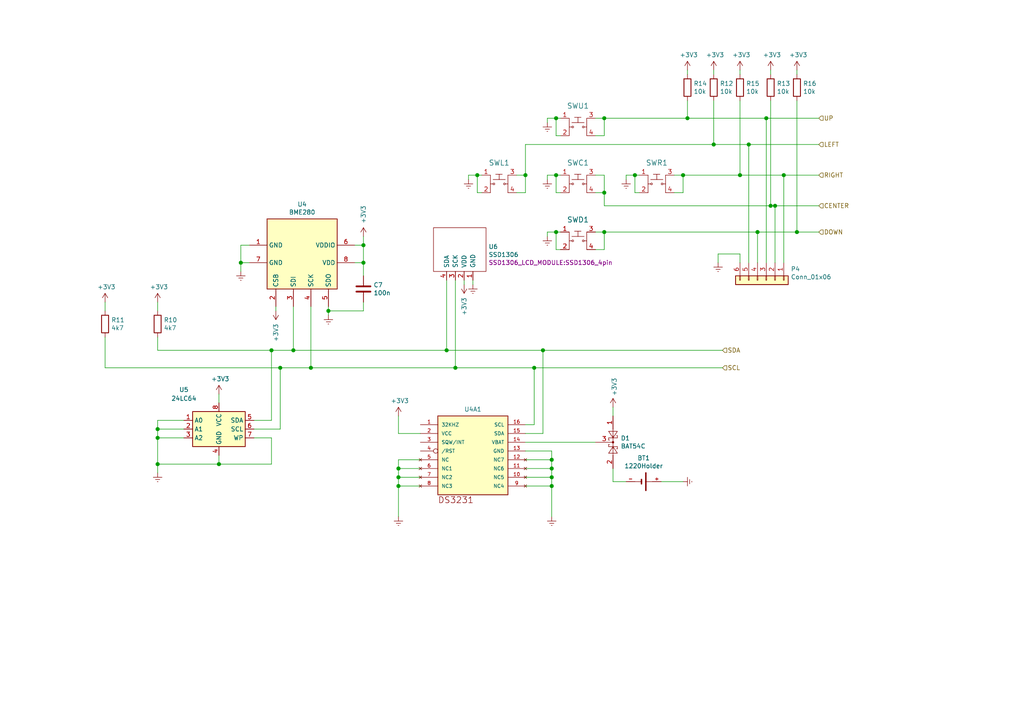
<source format=kicad_sch>
(kicad_sch (version 20210126) (generator eeschema)
  (paper "A4")
  (lib_symbols
    (symbol "Connector_Generic:Conn_01x06" (pin_names (offset 1.016) hide)
      (property "Reference" "J" (at 0 7.62 0))
      (property "Value" "Conn_01x06" (at 0 -10.16 0))
      (symbol "Conn_01x06_1_1"
        (rectangle (start -1.27 -4.953) (end 0 -5.207) (stroke (width 0.1524)))
        (rectangle (start -1.27 -7.493) (end 0 -7.747) (stroke (width 0.1524)))
        (rectangle (start -1.27 -2.413) (end 0 -2.667) (stroke (width 0.1524)))
        (rectangle (start -1.27 2.667) (end 0 2.413) (stroke (width 0.1524)))
        (rectangle (start -1.27 5.207) (end 0 4.953) (stroke (width 0.1524)))
        (rectangle (start -1.27 6.35) (end 1.27 -8.89) (stroke (width 0.254)) (fill (type background)))
        (rectangle (start -1.27 0.127) (end 0 -0.127) (stroke (width 0.1524)))
        (pin passive line (at -5.08 5.08 0) (length 3.81) (name "Pin_1") (number "1"))
        (pin passive line (at -5.08 2.54 0) (length 3.81) (name "Pin_2") (number "2"))
        (pin passive line (at -5.08 0 0) (length 3.81) (name "Pin_3") (number "3"))
        (pin passive line (at -5.08 -2.54 0) (length 3.81) (name "Pin_4") (number "4"))
        (pin passive line (at -5.08 -5.08 0) (length 3.81) (name "Pin_5") (number "5"))
        (pin passive line (at -5.08 -7.62 0) (length 3.81) (name "Pin_6") (number "6"))
      )
    )
    (symbol "Device:C" (pin_numbers hide) (pin_names (offset 0.254))
      (property "Reference" "C" (at 0.635 2.54 0))
      (property "Value" "C" (at 0.635 -2.54 0))
      (symbol "C_0_1"
        (polyline (pts (xy -2.032 -0.762) (xy 2.032 -0.762)) (stroke (width 0.508)))
        (polyline (pts (xy -2.032 0.762) (xy 2.032 0.762)) (stroke (width 0.508)))
      )
      (symbol "C_1_1"
        (pin passive line (at 0 3.81 270) (length 2.794) (name "~") (number "1"))
        (pin passive line (at 0 -3.81 90) (length 2.794) (name "~") (number "2"))
      )
    )
    (symbol "Device:R" (pin_numbers hide) (pin_names (offset 0))
      (property "Reference" "R" (at 2.032 0 90))
      (property "Value" "R" (at 0 0 90))
      (symbol "R_0_1"
        (rectangle (start -1.016 -2.54) (end 1.016 2.54) (stroke (width 0.254)))
      )
      (symbol "R_1_1"
        (pin passive line (at 0 3.81 270) (length 1.27) (name "~") (number "1"))
        (pin passive line (at 0 -3.81 90) (length 1.27) (name "~") (number "2"))
      )
    )
    (symbol "Diode:BAT54C" (pin_names (offset 1.016))
      (property "Reference" "D" (at 0.635 -3.81 0))
      (property "Value" "BAT54C" (at -6.35 3.175 0))
      (symbol "BAT54C_0_1"
        (circle (center 0 0) (radius 0.254) (fill (type outline)))
        (polyline (pts (xy -1.905 0) (xy 1.905 0)))
        (polyline (pts (xy -1.905 1.27) (xy -1.905 1.016)))
        (polyline (pts (xy -1.27 -1.27) (xy -0.635 -1.27)))
        (polyline (pts (xy -1.27 0) (xy -3.81 0)))
        (polyline (pts (xy -1.27 1.27) (xy -1.905 1.27)))
        (polyline (pts (xy -1.27 1.27) (xy -1.27 -1.27)))
        (polyline (pts (xy -0.635 -1.27) (xy -0.635 -1.016)))
        (polyline (pts (xy 0.635 -1.27) (xy 0.635 -1.016)))
        (polyline (pts (xy 1.27 -1.27) (xy 0.635 -1.27)))
        (polyline (pts (xy 1.27 1.27) (xy 1.27 -1.27)))
        (polyline (pts (xy 1.27 1.27) (xy 1.905 1.27)))
        (polyline (pts (xy 1.905 1.27) (xy 1.905 1.016)))
        (polyline (pts (xy 3.81 0) (xy 1.27 0)))
        (polyline (pts (xy -3.175 -1.27) (xy -3.175 1.27) (xy -1.27 0) (xy -3.175 -1.27)))
        (polyline (pts (xy 3.175 -1.27) (xy 3.175 1.27) (xy 1.27 0) (xy 3.175 -1.27)))
      )
      (symbol "BAT54C_1_1"
        (pin passive line (at -7.62 0 0) (length 3.81) (name "~") (number "1"))
        (pin passive line (at 7.62 0 180) (length 3.81) (name "~") (number "2"))
        (pin passive line (at 0 -5.08 90) (length 5.08) (name "~") (number "3"))
      )
    )
    (symbol "Memory_EEPROM:24LC64"
      (property "Reference" "U" (at -6.35 6.35 0))
      (property "Value" "24LC64" (at 1.27 6.35 0))
      (symbol "24LC64_1_1"
        (rectangle (start -7.62 5.08) (end 7.62 -5.08) (stroke (width 0.254)) (fill (type background)))
        (pin input line (at -10.16 2.54 0) (length 2.54) (name "A0") (number "1"))
        (pin input line (at -10.16 0 0) (length 2.54) (name "A1") (number "2"))
        (pin input line (at -10.16 -2.54 0) (length 2.54) (name "A2") (number "3"))
        (pin power_in line (at 0 -7.62 90) (length 2.54) (name "GND") (number "4"))
        (pin bidirectional line (at 10.16 2.54 180) (length 2.54) (name "SDA") (number "5"))
        (pin input line (at 10.16 0 180) (length 2.54) (name "SCL") (number "6"))
        (pin input line (at 10.16 -2.54 180) (length 2.54) (name "WP") (number "7"))
        (pin power_in line (at 0 7.62 270) (length 2.54) (name "VCC") (number "8"))
      )
    )
    (symbol "Sensor:BME280"
      (property "Reference" "U" (at -8.89 11.43 0))
      (property "Value" "BME280" (at 7.62 11.43 0))
      (symbol "BME280_0_1"
        (rectangle (start -10.16 10.16) (end 10.16 -10.16) (stroke (width 0.254)) (fill (type background)))
      )
      (symbol "BME280_1_1"
        (pin power_in line (at -2.54 -15.24 90) (length 5.08) (name "GND") (number "1"))
        (pin input line (at 15.24 -7.62 180) (length 5.08) (name "CSB") (number "2"))
        (pin bidirectional line (at 15.24 -2.54 180) (length 5.08) (name "SDI") (number "3"))
        (pin input line (at 15.24 2.54 180) (length 5.08) (name "SCK") (number "4"))
        (pin bidirectional line (at 15.24 7.62 180) (length 5.08) (name "SDO") (number "5"))
        (pin power_in line (at -2.54 15.24 270) (length 5.08) (name "VDDIO") (number "6"))
        (pin power_in line (at 2.54 -15.24 90) (length 5.08) (name "GND") (number "7"))
        (pin power_in line (at 2.54 15.24 270) (length 5.08) (name "VDD") (number "8"))
      )
    )
    (symbol "power:+3.3V" (power) (pin_names (offset 0))
      (property "Value" "+3.3V" (at 0 3.556 0))
      (symbol "+3.3V_0_1"
        (polyline (pts (xy -0.762 1.27) (xy 0 2.54)))
        (polyline (pts (xy 0 0) (xy 0 2.54)))
        (polyline (pts (xy 0 2.54) (xy 0.762 1.27)))
      )
      (symbol "+3.3V_1_1"
        (pin power_in line (at 0 0 90) (length 0) hide (name "+3V3") (number "1"))
      )
    )
    (symbol "power:Earth" (power) (pin_names (offset 0))
      (symbol "Earth_0_1"
        (polyline (pts (xy -0.635 -1.905) (xy 0.635 -1.905)))
        (polyline (pts (xy -0.127 -2.54) (xy 0.127 -2.54)))
        (polyline (pts (xy 0 -1.27) (xy 0 0)))
        (polyline (pts (xy 1.27 -1.27) (xy -1.27 -1.27)))
      )
      (symbol "Earth_1_1"
        (pin power_in line (at 0 0 270) (length 0) hide (name "Earth") (number "1"))
      )
    )
    (symbol "print-rescue:1825910-6-dk_Tactile-Switches" (pin_names (offset 1.016))
      (property "Reference" "S" (at 0 4.572 0))
      (property "Value" "1825910-6-dk_Tactile-Switches" (at 0.127 -5.08 0))
      (symbol "1825910-6-dk_Tactile-Switches_0_1"
        (circle (center -1.524 0) (radius 0.254))
        (circle (center 1.524 0) (radius 0.254))
        (polyline (pts (xy -2.54 2.54) (xy -2.54 -2.54)))
        (polyline (pts (xy -1.778 0) (xy -2.54 0)))
        (polyline (pts (xy -1.778 1.27) (xy 1.778 1.27)))
        (polyline (pts (xy 2.54 -2.54) (xy 2.54 2.54)))
        (polyline (pts (xy 2.54 0) (xy 1.778 0)))
      )
      (symbol "1825910-6-dk_Tactile-Switches_1_1"
        (polyline (pts (xy -1.016 2.794) (xy 0.889 2.794)))
        (polyline (pts (xy 0 2.794) (xy 0 1.27)))
        (pin passive line (at -5.08 2.54 0) (length 2.54) (name "~") (number "1"))
        (pin passive line (at -5.08 -2.54 0) (length 2.54) (name "~") (number "2"))
        (pin passive line (at 5.08 2.54 180) (length 2.54) (name "~") (number "3"))
        (pin passive line (at 5.08 -2.54 180) (length 2.54) (name "~") (number "4"))
      )
    )
    (symbol "print-rescue:CH23-1220LF-1220" (pin_names (offset 1.016) hide)
      (property "Reference" "G" (at -1.27 3.175 0))
      (property "Value" "CH23-1220LF-1220" (at -1.27 -5.08 0))
      (symbol "CH23-1220LF-1220_0_0"
        (polyline (pts (xy -2.54 0) (xy -0.635 0)) (stroke (width 0.1524)))
        (polyline (pts (xy -0.635 0) (xy -0.635 -0.635)) (stroke (width 0.4064)))
        (polyline (pts (xy -0.635 0.635) (xy -0.635 0)) (stroke (width 0.4064)))
        (polyline (pts (xy 0.635 0) (xy 0.635 -2.54)) (stroke (width 0.4064)))
        (polyline (pts (xy 0.635 0) (xy 2.54 0)) (stroke (width 0.1524)))
        (polyline (pts (xy 0.635 2.54) (xy 0.635 0)) (stroke (width 0.4064)))
        (pin passive line (at 5.08 0 180) (length 2.54) (name "~") (number "+"))
        (pin passive line (at -5.08 0 0) (length 2.54) (name "~") (number "-"))
      )
    )
    (symbol "print-rescue:DS3231-DS3231" (pin_names (offset 1.016))
      (property "Reference" "IC" (at 10.16 15.24 0))
      (symbol "DS3231-DS3231_0_0"
        (text "DS3231" (at -10.16 -12.7 0) (effects (font (size 1.778 1.778)) (justify left bottom)))
        (rectangle (start -10.16 -10.16) (end 10.16 12.7) (stroke (width 0.254)) (fill (type background)))
        (pin output line (at -15.24 10.16 0) (length 5.08) (name "32KHZ") (number "1"))
        (pin no_connect line (at 15.24 -5.08 180) (length 5.08) (name "NC5") (number "10"))
        (pin no_connect line (at 15.24 -2.54 180) (length 5.08) (name "NC6") (number "11"))
        (pin no_connect line (at 15.24 0 180) (length 5.08) (name "NC7") (number "12"))
        (pin power_in line (at 15.24 2.54 180) (length 5.08) (name "GND") (number "13"))
        (pin power_in line (at 15.24 5.08 180) (length 5.08) (name "VBAT") (number "14"))
        (pin bidirectional line (at 15.24 7.62 180) (length 5.08) (name "SDA") (number "15"))
        (pin bidirectional line (at 15.24 10.16 180) (length 5.08) (name "SCL") (number "16"))
        (pin power_in line (at -15.24 7.62 0) (length 5.08) (name "VCC") (number "2"))
        (pin output line (at -15.24 5.08 0) (length 5.08) (name "SQW/INT") (number "3"))
        (pin passive inverted (at -15.24 2.54 0) (length 5.08) (name "/RST") (number "4"))
        (pin no_connect line (at -15.24 0 0) (length 5.08) (name "NC") (number "5"))
        (pin no_connect line (at -15.24 -2.54 0) (length 5.08) (name "NC1") (number "6"))
        (pin no_connect line (at -15.24 -5.08 0) (length 5.08) (name "NC2") (number "7"))
        (pin no_connect line (at -15.24 -7.62 0) (length 5.08) (name "NC3") (number "8"))
        (pin no_connect line (at 15.24 -7.62 180) (length 5.08) (name "NC4") (number "9"))
      )
    )
    (symbol "ssd1306_4pin:SSD1306" (pin_names (offset 1.016))
      (property "Reference" "U" (at -5.08 6.35 0))
      (property "Value" "SSD1306" (at 0 8.89 0))
      (property "Footprint" "afterburner:SSD1306_4pin" (at 0 -8.89 0))
      (symbol "SSD1306_0_1"
        (rectangle (start 6.35 7.62) (end -6.35 -7.62))
      )
      (symbol "SSD1306_1_1"
        (pin input line (at 8.89 3.81 180) (length 2.54) (name "GND") (number "1"))
        (pin input line (at 8.89 1.27 180) (length 2.54) (name "VDD") (number "2"))
        (pin input line (at 8.89 -1.27 180) (length 2.54) (name "SCK") (number "3"))
        (pin input line (at 8.89 -3.81 180) (length 2.54) (name "SDA") (number "4"))
      )
    )
  )
  (junction (at 45.72 124.46) (diameter 1.016))
  (junction (at 45.72 127) (diameter 1.016))
  (junction (at 45.72 134.62) (diameter 1.016))
  (junction (at 63.5 134.62) (diameter 1.016))
  (junction (at 69.85 76.2) (diameter 1.016))
  (junction (at 78.74 101.6) (diameter 1.016))
  (junction (at 81.28 106.68) (diameter 1.016))
  (junction (at 85.09 101.6) (diameter 1.016))
  (junction (at 90.17 106.68) (diameter 1.016))
  (junction (at 95.25 90.17) (diameter 1.016))
  (junction (at 105.41 71.12) (diameter 1.016))
  (junction (at 105.41 76.2) (diameter 1.016))
  (junction (at 115.57 135.89) (diameter 1.016))
  (junction (at 115.57 138.43) (diameter 1.016))
  (junction (at 115.57 140.97) (diameter 1.016))
  (junction (at 129.54 101.6) (diameter 1.016))
  (junction (at 132.08 106.68) (diameter 1.016))
  (junction (at 138.43 50.8) (diameter 1.016))
  (junction (at 152.4 50.8) (diameter 1.016))
  (junction (at 154.94 106.68) (diameter 1.016))
  (junction (at 157.48 101.6) (diameter 1.016))
  (junction (at 160.02 133.35) (diameter 1.016))
  (junction (at 160.02 135.89) (diameter 1.016))
  (junction (at 160.02 138.43) (diameter 1.016))
  (junction (at 160.02 140.97) (diameter 1.016))
  (junction (at 161.29 34.29) (diameter 1.016))
  (junction (at 161.29 50.8) (diameter 1.016))
  (junction (at 161.29 67.31) (diameter 1.016))
  (junction (at 175.26 34.29) (diameter 1.016))
  (junction (at 175.26 55.88) (diameter 1.016))
  (junction (at 175.26 67.31) (diameter 1.016))
  (junction (at 184.15 50.8) (diameter 1.016))
  (junction (at 198.12 50.8) (diameter 1.016))
  (junction (at 199.39 34.29) (diameter 1.016))
  (junction (at 207.01 41.91) (diameter 1.016))
  (junction (at 214.63 50.8) (diameter 1.016))
  (junction (at 217.17 41.91) (diameter 1.016))
  (junction (at 219.71 67.31) (diameter 1.016))
  (junction (at 222.25 34.29) (diameter 1.016))
  (junction (at 223.52 59.69) (diameter 1.016))
  (junction (at 224.79 59.69) (diameter 1.016))
  (junction (at 227.33 50.8) (diameter 1.016))
  (junction (at 231.14 67.31) (diameter 1.016))
  (wire (pts (xy 30.48 87.63) (xy 30.48 90.17)))
  (wire (pts (xy 30.48 97.79) (xy 30.48 106.68)))
  (wire (pts (xy 30.48 106.68) (xy 81.28 106.68)))
  (wire (pts (xy 45.72 87.63) (xy 45.72 90.17)))
  (wire (pts (xy 45.72 97.79) (xy 45.72 101.6)))
  (wire (pts (xy 45.72 101.6) (xy 78.74 101.6)))
  (wire (pts (xy 45.72 121.92) (xy 53.34 121.92)))
  (wire (pts (xy 45.72 124.46) (xy 45.72 121.92)))
  (wire (pts (xy 45.72 127) (xy 45.72 124.46)))
  (wire (pts (xy 45.72 134.62) (xy 45.72 127)))
  (wire (pts (xy 45.72 137.16) (xy 45.72 134.62)))
  (wire (pts (xy 53.34 124.46) (xy 45.72 124.46)))
  (wire (pts (xy 53.34 127) (xy 45.72 127)))
  (wire (pts (xy 63.5 114.3) (xy 63.5 116.84)))
  (wire (pts (xy 63.5 132.08) (xy 63.5 134.62)))
  (wire (pts (xy 63.5 134.62) (xy 45.72 134.62)))
  (wire (pts (xy 63.5 134.62) (xy 78.74 134.62)))
  (wire (pts (xy 69.85 71.12) (xy 72.39 71.12)))
  (wire (pts (xy 69.85 76.2) (xy 69.85 71.12)))
  (wire (pts (xy 69.85 78.74) (xy 69.85 76.2)))
  (wire (pts (xy 72.39 76.2) (xy 69.85 76.2)))
  (wire (pts (xy 73.66 121.92) (xy 78.74 121.92)))
  (wire (pts (xy 73.66 124.46) (xy 81.28 124.46)))
  (wire (pts (xy 78.74 101.6) (xy 85.09 101.6)))
  (wire (pts (xy 78.74 121.92) (xy 78.74 101.6)))
  (wire (pts (xy 78.74 127) (xy 73.66 127)))
  (wire (pts (xy 78.74 134.62) (xy 78.74 127)))
  (wire (pts (xy 80.01 90.17) (xy 80.01 88.9)))
  (wire (pts (xy 81.28 106.68) (xy 90.17 106.68)))
  (wire (pts (xy 81.28 124.46) (xy 81.28 106.68)))
  (wire (pts (xy 85.09 88.9) (xy 85.09 101.6)))
  (wire (pts (xy 85.09 101.6) (xy 129.54 101.6)))
  (wire (pts (xy 90.17 88.9) (xy 90.17 106.68)))
  (wire (pts (xy 90.17 106.68) (xy 132.08 106.68)))
  (wire (pts (xy 95.25 90.17) (xy 95.25 88.9)))
  (wire (pts (xy 95.25 90.17) (xy 105.41 90.17)))
  (wire (pts (xy 95.25 91.44) (xy 95.25 90.17)))
  (wire (pts (xy 102.87 71.12) (xy 105.41 71.12)))
  (wire (pts (xy 105.41 68.58) (xy 105.41 71.12)))
  (wire (pts (xy 105.41 71.12) (xy 105.41 76.2)))
  (wire (pts (xy 105.41 76.2) (xy 102.87 76.2)))
  (wire (pts (xy 105.41 80.01) (xy 105.41 76.2)))
  (wire (pts (xy 105.41 90.17) (xy 105.41 87.63)))
  (wire (pts (xy 115.57 120.65) (xy 115.57 125.73)))
  (wire (pts (xy 115.57 125.73) (xy 121.92 125.73)))
  (wire (pts (xy 115.57 133.35) (xy 121.92 133.35)))
  (wire (pts (xy 115.57 135.89) (xy 115.57 133.35)))
  (wire (pts (xy 115.57 138.43) (xy 115.57 135.89)))
  (wire (pts (xy 115.57 140.97) (xy 115.57 138.43)))
  (wire (pts (xy 115.57 140.97) (xy 121.92 140.97)))
  (wire (pts (xy 115.57 149.86) (xy 115.57 140.97)))
  (wire (pts (xy 121.92 135.89) (xy 115.57 135.89)))
  (wire (pts (xy 121.92 138.43) (xy 115.57 138.43)))
  (wire (pts (xy 129.54 81.28) (xy 129.54 101.6)))
  (wire (pts (xy 129.54 101.6) (xy 157.48 101.6)))
  (wire (pts (xy 132.08 81.28) (xy 132.08 106.68)))
  (wire (pts (xy 132.08 106.68) (xy 154.94 106.68)))
  (wire (pts (xy 134.62 82.55) (xy 134.62 81.28)))
  (wire (pts (xy 135.89 50.8) (xy 138.43 50.8)))
  (wire (pts (xy 135.89 52.07) (xy 135.89 50.8)))
  (wire (pts (xy 137.16 82.55) (xy 137.16 81.28)))
  (wire (pts (xy 138.43 50.8) (xy 138.43 55.88)))
  (wire (pts (xy 138.43 50.8) (xy 139.7 50.8)))
  (wire (pts (xy 138.43 55.88) (xy 139.7 55.88)))
  (wire (pts (xy 149.86 55.88) (xy 152.4 55.88)))
  (wire (pts (xy 152.4 41.91) (xy 152.4 50.8)))
  (wire (pts (xy 152.4 50.8) (xy 149.86 50.8)))
  (wire (pts (xy 152.4 55.88) (xy 152.4 50.8)))
  (wire (pts (xy 152.4 123.19) (xy 154.94 123.19)))
  (wire (pts (xy 152.4 125.73) (xy 157.48 125.73)))
  (wire (pts (xy 152.4 133.35) (xy 160.02 133.35)))
  (wire (pts (xy 152.4 135.89) (xy 160.02 135.89)))
  (wire (pts (xy 152.4 138.43) (xy 160.02 138.43)))
  (wire (pts (xy 152.4 140.97) (xy 160.02 140.97)))
  (wire (pts (xy 154.94 106.68) (xy 209.55 106.68)))
  (wire (pts (xy 154.94 123.19) (xy 154.94 106.68)))
  (wire (pts (xy 157.48 101.6) (xy 209.55 101.6)))
  (wire (pts (xy 157.48 125.73) (xy 157.48 101.6)))
  (wire (pts (xy 158.75 34.29) (xy 161.29 34.29)))
  (wire (pts (xy 158.75 35.56) (xy 158.75 34.29)))
  (wire (pts (xy 158.75 50.8) (xy 161.29 50.8)))
  (wire (pts (xy 158.75 52.07) (xy 158.75 50.8)))
  (wire (pts (xy 158.75 67.31) (xy 161.29 67.31)))
  (wire (pts (xy 158.75 68.58) (xy 158.75 67.31)))
  (wire (pts (xy 160.02 130.81) (xy 152.4 130.81)))
  (wire (pts (xy 160.02 133.35) (xy 160.02 130.81)))
  (wire (pts (xy 160.02 135.89) (xy 160.02 133.35)))
  (wire (pts (xy 160.02 138.43) (xy 160.02 135.89)))
  (wire (pts (xy 160.02 140.97) (xy 160.02 138.43)))
  (wire (pts (xy 160.02 149.86) (xy 160.02 140.97)))
  (wire (pts (xy 161.29 34.29) (xy 162.56 34.29)))
  (wire (pts (xy 161.29 39.37) (xy 161.29 34.29)))
  (wire (pts (xy 161.29 50.8) (xy 162.56 50.8)))
  (wire (pts (xy 161.29 55.88) (xy 161.29 50.8)))
  (wire (pts (xy 161.29 67.31) (xy 162.56 67.31)))
  (wire (pts (xy 161.29 72.39) (xy 161.29 67.31)))
  (wire (pts (xy 162.56 39.37) (xy 161.29 39.37)))
  (wire (pts (xy 162.56 55.88) (xy 161.29 55.88)))
  (wire (pts (xy 162.56 72.39) (xy 161.29 72.39)))
  (wire (pts (xy 172.72 39.37) (xy 175.26 39.37)))
  (wire (pts (xy 172.72 50.8) (xy 175.26 50.8)))
  (wire (pts (xy 172.72 55.88) (xy 175.26 55.88)))
  (wire (pts (xy 172.72 67.31) (xy 175.26 67.31)))
  (wire (pts (xy 172.72 72.39) (xy 175.26 72.39)))
  (wire (pts (xy 172.72 128.27) (xy 152.4 128.27)))
  (wire (pts (xy 175.26 34.29) (xy 172.72 34.29)))
  (wire (pts (xy 175.26 39.37) (xy 175.26 34.29)))
  (wire (pts (xy 175.26 50.8) (xy 175.26 55.88)))
  (wire (pts (xy 175.26 55.88) (xy 175.26 59.69)))
  (wire (pts (xy 175.26 59.69) (xy 223.52 59.69)))
  (wire (pts (xy 175.26 67.31) (xy 219.71 67.31)))
  (wire (pts (xy 175.26 72.39) (xy 175.26 67.31)))
  (wire (pts (xy 177.8 118.11) (xy 177.8 120.65)))
  (wire (pts (xy 177.8 135.89) (xy 177.8 139.7)))
  (wire (pts (xy 177.8 139.7) (xy 181.61 139.7)))
  (wire (pts (xy 181.61 50.8) (xy 184.15 50.8)))
  (wire (pts (xy 181.61 52.07) (xy 181.61 50.8)))
  (wire (pts (xy 184.15 50.8) (xy 185.42 50.8)))
  (wire (pts (xy 184.15 55.88) (xy 184.15 50.8)))
  (wire (pts (xy 185.42 55.88) (xy 184.15 55.88)))
  (wire (pts (xy 191.77 139.7) (xy 198.12 139.7)))
  (wire (pts (xy 195.58 50.8) (xy 198.12 50.8)))
  (wire (pts (xy 195.58 55.88) (xy 198.12 55.88)))
  (wire (pts (xy 198.12 50.8) (xy 214.63 50.8)))
  (wire (pts (xy 198.12 55.88) (xy 198.12 50.8)))
  (wire (pts (xy 199.39 21.59) (xy 199.39 20.32)))
  (wire (pts (xy 199.39 29.21) (xy 199.39 34.29)))
  (wire (pts (xy 199.39 34.29) (xy 175.26 34.29)))
  (wire (pts (xy 207.01 21.59) (xy 207.01 20.32)))
  (wire (pts (xy 207.01 29.21) (xy 207.01 41.91)))
  (wire (pts (xy 207.01 41.91) (xy 152.4 41.91)))
  (wire (pts (xy 208.28 73.66) (xy 214.63 73.66)))
  (wire (pts (xy 208.28 76.2) (xy 208.28 73.66)))
  (wire (pts (xy 214.63 21.59) (xy 214.63 20.32)))
  (wire (pts (xy 214.63 29.21) (xy 214.63 50.8)))
  (wire (pts (xy 214.63 50.8) (xy 227.33 50.8)))
  (wire (pts (xy 214.63 73.66) (xy 214.63 76.2)))
  (wire (pts (xy 217.17 41.91) (xy 207.01 41.91)))
  (wire (pts (xy 217.17 76.2) (xy 217.17 41.91)))
  (wire (pts (xy 219.71 67.31) (xy 231.14 67.31)))
  (wire (pts (xy 219.71 76.2) (xy 219.71 67.31)))
  (wire (pts (xy 222.25 34.29) (xy 199.39 34.29)))
  (wire (pts (xy 222.25 76.2) (xy 222.25 34.29)))
  (wire (pts (xy 223.52 21.59) (xy 223.52 20.32)))
  (wire (pts (xy 223.52 29.21) (xy 223.52 59.69)))
  (wire (pts (xy 223.52 59.69) (xy 224.79 59.69)))
  (wire (pts (xy 224.79 59.69) (xy 237.49 59.69)))
  (wire (pts (xy 224.79 76.2) (xy 224.79 59.69)))
  (wire (pts (xy 227.33 50.8) (xy 237.49 50.8)))
  (wire (pts (xy 227.33 76.2) (xy 227.33 50.8)))
  (wire (pts (xy 231.14 21.59) (xy 231.14 20.32)))
  (wire (pts (xy 231.14 29.21) (xy 231.14 67.31)))
  (wire (pts (xy 231.14 67.31) (xy 237.49 67.31)))
  (wire (pts (xy 237.49 34.29) (xy 222.25 34.29)))
  (wire (pts (xy 237.49 41.91) (xy 217.17 41.91)))
  (hierarchical_label "SDA" (shape input) (at 209.55 101.6 0))
  (hierarchical_label "SCL" (shape input) (at 209.55 106.68 0))
  (hierarchical_label "UP" (shape input) (at 237.49 34.29 0))
  (hierarchical_label "LEFT" (shape input) (at 237.49 41.91 0))
  (hierarchical_label "RIGHT" (shape input) (at 237.49 50.8 0))
  (hierarchical_label "CENTER" (shape input) (at 237.49 59.69 0))
  (hierarchical_label "DOWN" (shape input) (at 237.49 67.31 0))
  (symbol (lib_id "power:+3.3V") (at 30.48 87.63 0) (unit 1)
    (property "Reference" "#PWR0142" (effects hide))
    (property "Value" "+3.3V" (at 30.861 83.2358 0))
  )
  (symbol (lib_id "power:+3.3V") (at 45.72 87.63 0) (unit 1)
    (property "Reference" "#PWR0143" (effects hide))
    (property "Value" "+3.3V" (at 46.101 83.2358 0))
  )
  (symbol (lib_id "power:+3.3V") (at 63.5 114.3 0) (unit 1)
    (property "Reference" "#PWR0153" (effects hide))
    (property "Value" "+3.3V" (at 63.881 109.9058 0))
  )
  (symbol (lib_id "power:+3.3V") (at 80.01 90.17 180) (unit 1)
    (property "Reference" "#PWR0156" (effects hide))
    (property "Value" "+3.3V" (at 80.01 96.52 90))
  )
  (symbol (lib_id "power:+3.3V") (at 105.41 68.58 0) (unit 1)
    (property "Reference" "#PWR0157" (effects hide))
    (property "Value" "+3.3V" (at 105.41 62.23 90))
  )
  (symbol (lib_id "power:+3.3V") (at 115.57 120.65 0) (unit 1)
    (property "Reference" "#PWR0144" (effects hide))
    (property "Value" "+3.3V" (at 115.951 116.2558 0))
  )
  (symbol (lib_id "power:+3.3V") (at 134.62 82.55 180) (unit 1)
    (property "Reference" "#PWR0154" (effects hide))
    (property "Value" "+3.3V" (at 134.62 88.9 90))
  )
  (symbol (lib_id "power:+3.3V") (at 177.8 118.11 0) (unit 1)
    (property "Reference" "#PWR0140" (effects hide))
    (property "Value" "+3.3V" (at 178.181 114.8588 90) (effects (justify left)))
  )
  (symbol (lib_id "power:+3.3V") (at 199.39 20.32 0) (unit 1)
    (property "Reference" "#PWR0137" (effects hide))
    (property "Value" "+3.3V" (at 199.771 15.9258 0))
  )
  (symbol (lib_id "power:+3.3V") (at 207.01 20.32 0) (unit 1)
    (property "Reference" "#PWR0128" (effects hide))
    (property "Value" "+3.3V" (at 207.391 15.9258 0))
  )
  (symbol (lib_id "power:+3.3V") (at 214.63 20.32 0) (unit 1)
    (property "Reference" "#PWR0134" (effects hide))
    (property "Value" "+3.3V" (at 215.011 15.9258 0))
  )
  (symbol (lib_id "power:+3.3V") (at 223.52 20.32 0) (unit 1)
    (property "Reference" "#PWR0135" (effects hide))
    (property "Value" "+3.3V" (at 223.901 15.9258 0))
  )
  (symbol (lib_id "power:+3.3V") (at 231.14 20.32 0) (unit 1)
    (property "Reference" "#PWR0136" (effects hide))
    (property "Value" "+3.3V" (at 231.521 15.9258 0))
  )
  (symbol (lib_id "power:Earth") (at 45.72 137.16 0) (unit 1)
    (property "Reference" "#PWR0145" (effects hide))
    (property "Value" "Earth" (effects hide))
  )
  (symbol (lib_id "power:Earth") (at 69.85 78.74 0) (unit 1)
    (property "Reference" "#PWR0158" (effects hide))
    (property "Value" "Earth" (effects hide))
  )
  (symbol (lib_id "power:Earth") (at 95.25 91.44 0) (unit 1)
    (property "Reference" "#PWR0159" (effects hide))
    (property "Value" "Earth" (effects hide))
  )
  (symbol (lib_id "power:Earth") (at 115.57 149.86 0) (unit 1)
    (property "Reference" "#PWR0139" (effects hide))
    (property "Value" "Earth" (effects hide))
  )
  (symbol (lib_id "power:Earth") (at 135.89 52.07 0) (unit 1)
    (property "Reference" "#PWR0133" (effects hide))
    (property "Value" "Earth" (effects hide))
  )
  (symbol (lib_id "power:Earth") (at 137.16 82.55 0) (unit 1)
    (property "Reference" "#PWR0155" (effects hide))
    (property "Value" "Earth" (effects hide))
  )
  (symbol (lib_id "power:Earth") (at 158.75 35.56 0) (unit 1)
    (property "Reference" "#PWR0129" (effects hide))
    (property "Value" "Earth" (effects hide))
  )
  (symbol (lib_id "power:Earth") (at 158.75 52.07 0) (unit 1)
    (property "Reference" "#PWR0130" (effects hide))
    (property "Value" "Earth" (effects hide))
  )
  (symbol (lib_id "power:Earth") (at 158.75 68.58 0) (unit 1)
    (property "Reference" "#PWR0131" (effects hide))
    (property "Value" "Earth" (effects hide))
  )
  (symbol (lib_id "power:Earth") (at 160.02 149.86 0) (unit 1)
    (property "Reference" "#PWR0138" (effects hide))
    (property "Value" "Earth" (effects hide))
  )
  (symbol (lib_id "power:Earth") (at 181.61 52.07 0) (unit 1)
    (property "Reference" "#PWR0132" (effects hide))
    (property "Value" "Earth" (effects hide))
  )
  (symbol (lib_id "power:Earth") (at 198.12 139.7 90) (unit 1)
    (property "Reference" "#PWR0141" (effects hide))
    (property "Value" "Earth" (effects hide))
  )
  (symbol (lib_id "power:Earth") (at 208.28 76.2 0) (unit 1)
    (property "Reference" "#PWR0146" (effects hide))
    (property "Value" "Earth" (effects hide))
  )
  (symbol (lib_id "Device:R") (at 30.48 93.98 0) (unit 1)
    (property "Reference" "R11" (at 32.258 92.8116 0) (effects (justify left)))
    (property "Value" "4k7" (at 32.258 95.123 0) (effects (justify left)))
    (property "Footprint" "Resistor_SMD:R_0805_2012Metric_Pad1.20x1.40mm_HandSolder" (effects hide))
  )
  (symbol (lib_id "Device:R") (at 45.72 93.98 0) (unit 1)
    (property "Reference" "R10" (at 47.498 92.8116 0) (effects (justify left)))
    (property "Value" "4k7" (at 47.498 95.123 0) (effects (justify left)))
    (property "Footprint" "Resistor_SMD:R_0805_2012Metric_Pad1.20x1.40mm_HandSolder" (effects hide))
  )
  (symbol (lib_id "Device:R") (at 199.39 25.4 0) (unit 1)
    (property "Reference" "R14" (at 201.168 24.2316 0) (effects (justify left)))
    (property "Value" "10k" (at 201.168 26.543 0) (effects (justify left)))
    (property "Footprint" "Resistor_SMD:R_0805_2012Metric_Pad1.20x1.40mm_HandSolder" (effects hide))
  )
  (symbol (lib_id "Device:R") (at 207.01 25.4 0) (unit 1)
    (property "Reference" "R12" (at 208.788 24.2316 0) (effects (justify left)))
    (property "Value" "10k" (at 208.788 26.543 0) (effects (justify left)))
    (property "Footprint" "Resistor_SMD:R_0805_2012Metric_Pad1.20x1.40mm_HandSolder" (effects hide))
  )
  (symbol (lib_id "Device:R") (at 214.63 25.4 0) (unit 1)
    (property "Reference" "R15" (at 216.408 24.2316 0) (effects (justify left)))
    (property "Value" "10k" (at 216.408 26.543 0) (effects (justify left)))
    (property "Footprint" "Resistor_SMD:R_0805_2012Metric_Pad1.20x1.40mm_HandSolder" (effects hide))
  )
  (symbol (lib_id "Device:R") (at 223.52 25.4 0) (unit 1)
    (property "Reference" "R13" (at 225.298 24.2316 0) (effects (justify left)))
    (property "Value" "10k" (at 225.298 26.543 0) (effects (justify left)))
    (property "Footprint" "Resistor_SMD:R_0805_2012Metric_Pad1.20x1.40mm_HandSolder" (effects hide))
  )
  (symbol (lib_id "Device:R") (at 231.14 25.4 0) (unit 1)
    (property "Reference" "R16" (at 232.918 24.2316 0) (effects (justify left)))
    (property "Value" "10k" (at 232.918 26.543 0) (effects (justify left)))
    (property "Footprint" "Resistor_SMD:R_0805_2012Metric_Pad1.20x1.40mm_HandSolder" (effects hide))
  )
  (symbol (lib_id "Device:C") (at 105.41 83.82 0) (unit 1)
    (property "Reference" "C7" (at 108.331 82.6516 0) (effects (justify left)))
    (property "Value" "100n" (at 108.331 84.963 0) (effects (justify left)))
    (property "Footprint" "Capacitor_SMD:C_0805_2012Metric_Pad1.18x1.45mm_HandSolder" (effects hide))
  )
  (symbol (lib_id "print-rescue:CH23-1220LF-1220") (at 186.69 139.7 0)
    (property "Reference" "BT1" (at 186.69 132.842 0))
    (property "Value" "1220Holder" (at 186.69 135.1534 0))
    (property "Footprint" "afterburner:S8411-45R_1220BatteryHolder" (effects hide))
    (property "Datasheet" "https://cdn.harwin.com/pdfs/S8411R.pdf" (effects hide))
    (property "digikey" "https://www.digikey.dk/product-detail/en/harwin-inc/S8411-45R/952-1745-1-ND/3131073" (effects hide))
  )
  (symbol (lib_id "print-rescue:1825910-6-dk_Tactile-Switches") (at 144.78 53.34 0) (unit 1)
    (property "Reference" "SWL1" (at 144.78 47.2186 0) (effects (font (size 1.524 1.524))))
    (property "Value" "1825910-6" (effects hide))
    (property "Footprint" "afterburner:tactile_switch" (effects hide))
    (property "Digi-Key_PN" "450-1650-ND" (effects hide))
    (property "MPN" "1825910-6" (effects hide))
    (property "Category" "Switches" (effects hide))
    (property "Family" "Tactile Switches" (effects hide))
    (property "DK_Datasheet_Link" "https://www.te.com/commerce/DocumentDelivery/DDEController?Action=srchrtrv&DocNm=1825910&DocType=Customer+Drawing&DocLang=English" (effects hide))
    (property "DK_Detail_Page" "/product-detail/en/te-connectivity-alcoswitch-switches/1825910-6/450-1650-ND/1632536" (effects hide))
    (property "Description" "SWITCH TACTILE SPST-NO 0.05A 24V" (effects hide))
    (property "Manufacturer" "TE Connectivity ALCOSWITCH Switches" (effects hide))
    (property "Status" "Active" (effects hide))
  )
  (symbol (lib_id "print-rescue:1825910-6-dk_Tactile-Switches") (at 167.64 36.83 0) (unit 1)
    (property "Reference" "SWU1" (at 167.64 30.7086 0) (effects (font (size 1.524 1.524))))
    (property "Value" "1825910-6" (effects hide))
    (property "Footprint" "afterburner:tactile_switch" (effects hide))
    (property "Digi-Key_PN" "450-1650-ND" (effects hide))
    (property "MPN" "1825910-6" (effects hide))
    (property "Category" "Switches" (effects hide))
    (property "Family" "Tactile Switches" (effects hide))
    (property "DK_Datasheet_Link" "https://www.te.com/commerce/DocumentDelivery/DDEController?Action=srchrtrv&DocNm=1825910&DocType=Customer+Drawing&DocLang=English" (effects hide))
    (property "DK_Detail_Page" "/product-detail/en/te-connectivity-alcoswitch-switches/1825910-6/450-1650-ND/1632536" (effects hide))
    (property "Description" "SWITCH TACTILE SPST-NO 0.05A 24V" (effects hide))
    (property "Manufacturer" "TE Connectivity ALCOSWITCH Switches" (effects hide))
    (property "Status" "Active" (effects hide))
  )
  (symbol (lib_id "print-rescue:1825910-6-dk_Tactile-Switches") (at 167.64 53.34 0) (unit 1)
    (property "Reference" "SWC1" (at 167.64 47.2186 0) (effects (font (size 1.524 1.524))))
    (property "Value" "1825910-6" (effects hide))
    (property "Footprint" "afterburner:tactile_switch" (effects hide))
    (property "Digi-Key_PN" "450-1650-ND" (effects hide))
    (property "MPN" "1825910-6" (effects hide))
    (property "Category" "Switches" (effects hide))
    (property "Family" "Tactile Switches" (effects hide))
    (property "DK_Datasheet_Link" "https://www.te.com/commerce/DocumentDelivery/DDEController?Action=srchrtrv&DocNm=1825910&DocType=Customer+Drawing&DocLang=English" (effects hide))
    (property "DK_Detail_Page" "/product-detail/en/te-connectivity-alcoswitch-switches/1825910-6/450-1650-ND/1632536" (effects hide))
    (property "Description" "SWITCH TACTILE SPST-NO 0.05A 24V" (effects hide))
    (property "Manufacturer" "TE Connectivity ALCOSWITCH Switches" (effects hide))
    (property "Status" "Active" (effects hide))
  )
  (symbol (lib_id "print-rescue:1825910-6-dk_Tactile-Switches") (at 167.64 69.85 0) (unit 1)
    (property "Reference" "SWD1" (at 167.64 63.7286 0) (effects (font (size 1.524 1.524))))
    (property "Value" "1825910-6" (effects hide))
    (property "Footprint" "afterburner:tactile_switch" (effects hide))
    (property "Digi-Key_PN" "450-1650-ND" (effects hide))
    (property "MPN" "1825910-6" (effects hide))
    (property "Category" "Switches" (effects hide))
    (property "Family" "Tactile Switches" (effects hide))
    (property "DK_Datasheet_Link" "https://www.te.com/commerce/DocumentDelivery/DDEController?Action=srchrtrv&DocNm=1825910&DocType=Customer+Drawing&DocLang=English" (effects hide))
    (property "DK_Detail_Page" "/product-detail/en/te-connectivity-alcoswitch-switches/1825910-6/450-1650-ND/1632536" (effects hide))
    (property "Description" "SWITCH TACTILE SPST-NO 0.05A 24V" (effects hide))
    (property "Manufacturer" "TE Connectivity ALCOSWITCH Switches" (effects hide))
    (property "Status" "Active" (effects hide))
  )
  (symbol (lib_id "print-rescue:1825910-6-dk_Tactile-Switches") (at 190.5 53.34 0) (unit 1)
    (property "Reference" "SWR1" (at 190.5 47.2186 0) (effects (font (size 1.524 1.524))))
    (property "Value" "1825910-6" (effects hide))
    (property "Footprint" "afterburner:tactile_switch" (effects hide))
    (property "Digi-Key_PN" "450-1650-ND" (effects hide))
    (property "MPN" "1825910-6" (effects hide))
    (property "Category" "Switches" (effects hide))
    (property "Family" "Tactile Switches" (effects hide))
    (property "DK_Datasheet_Link" "https://www.te.com/commerce/DocumentDelivery/DDEController?Action=srchrtrv&DocNm=1825910&DocType=Customer+Drawing&DocLang=English" (effects hide))
    (property "DK_Detail_Page" "/product-detail/en/te-connectivity-alcoswitch-switches/1825910-6/450-1650-ND/1632536" (effects hide))
    (property "Description" "SWITCH TACTILE SPST-NO 0.05A 24V" (effects hide))
    (property "Manufacturer" "TE Connectivity ALCOSWITCH Switches" (effects hide))
    (property "Status" "Active" (effects hide))
  )
  (symbol (lib_id "Connector_Generic:Conn_01x06") (at 222.25 81.28 270) (unit 1)
    (property "Reference" "P4" (at 229.362 78.0288 90) (effects (justify left)))
    (property "Value" "Conn_01x06" (at 229.362 80.3402 90) (effects (justify left)))
    (property "Footprint" "Connector_PinHeader_2.00mm:PinHeader_1x06_P2.00mm_Vertical" (effects hide))
  )
  (symbol (lib_id "Diode:BAT54C") (at 177.8 128.27 270) (unit 1)
    (property "Reference" "D1" (at 180.0352 127.1016 90) (effects (justify left)))
    (property "Value" "BAT54C" (at 180.0352 129.413 90) (effects (justify left)))
    (property "Footprint" "Package_TO_SOT_SMD:SOT-23" (effects hide))
    (property "Datasheet" "http://www.diodes.com/_files/datasheets/ds11005.pdf" (effects hide))
  )
  (symbol (lib_id "ssd1306_4pin:SSD1306") (at 133.35 72.39 270) (unit 1)
    (property "Reference" "U6" (at 141.6812 71.5518 90) (effects (justify left)))
    (property "Value" "SSD1306" (at 141.6812 73.8632 90) (effects (justify left)))
    (property "Footprint" "SSD1306_LCD_MODULE:SSD1306_4pin" (at 141.6812 76.1746 90) (effects (justify left)))
  )
  (symbol (lib_id "Memory_EEPROM:24LC64") (at 63.5 124.46 0) (unit 1)
    (property "Reference" "U5" (at 53.34 113.03 0))
    (property "Value" "24LC64" (at 53.34 115.57 0))
    (property "Footprint" "afterburner:24LC64" (effects hide))
    (property "Datasheet" "http://ww1.microchip.com/downloads/en/DeviceDoc/21189f.pdf" (effects hide))
  )
  (symbol (lib_id "Sensor:BME280") (at 87.63 73.66 270) (unit 1)
    (property "Reference" "U4" (at 87.63 59.2582 90))
    (property "Value" "BME280" (at 87.63 61.5696 90))
    (property "Footprint" "Package_LGA:Bosch_LGA-8_2.5x2.5mm_P0.65mm_ClockwisePinNumbering" (effects hide))
    (property "Datasheet" "https://ae-bst.resource.bosch.com/media/_tech/media/datasheets/BST-BME280-DS002.pdf" (effects hide))
  )
  (symbol (lib_id "print-rescue:DS3231-DS3231") (at 137.16 133.35 0) (unit 1)
    (property "Reference" "U4A1" (at 137.16 118.7196 0))
    (property "Value" "DS3231" (effects hide))
    (property "Footprint" "DS3231:DS3231" (effects hide))
  )
)
</source>
